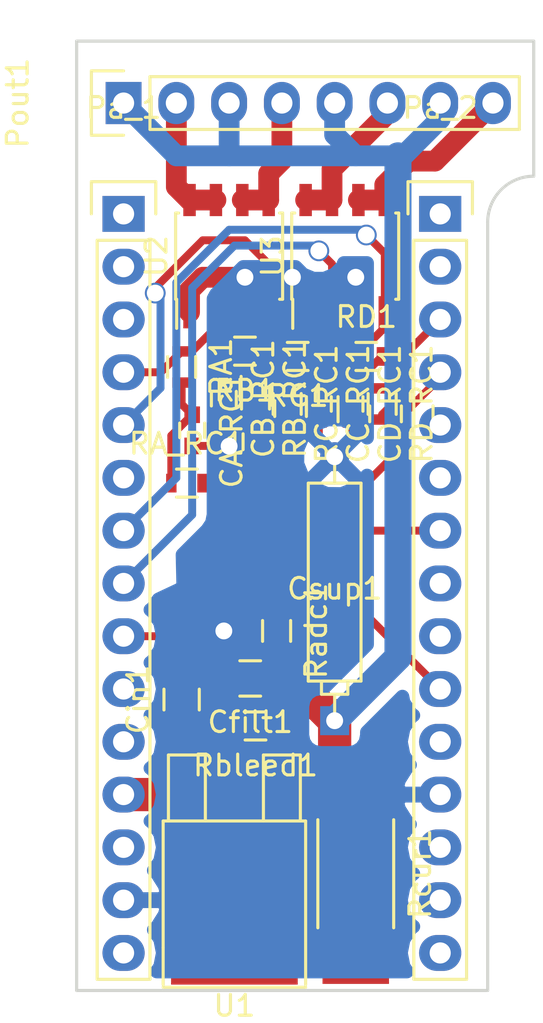
<source format=kicad_pcb>
(kicad_pcb (version 4) (host pcbnew 4.0.5+dfsg1-4~bpo8+1)

  (general
    (links 54)
    (no_connects 0)
    (area 26.183 25.446666 52.531334 74.989)
    (thickness 1.6)
    (drawings 6)
    (tracks 150)
    (zones 0)
    (modules 24)
    (nets 40)
  )

  (page A4)
  (layers
    (0 F.Cu signal)
    (31 B.Cu signal)
    (32 B.Adhes user)
    (33 F.Adhes user)
    (34 B.Paste user)
    (35 F.Paste user)
    (36 B.SilkS user)
    (37 F.SilkS user)
    (38 B.Mask user)
    (39 F.Mask user)
    (40 Dwgs.User user)
    (41 Cmts.User user)
    (42 Eco1.User user)
    (43 Eco2.User user)
    (44 Edge.Cuts user)
    (45 Margin user)
    (46 B.CrtYd user)
    (47 F.CrtYd user)
    (48 B.Fab user)
    (49 F.Fab user)
  )

  (setup
    (last_trace_width 0.25)
    (user_trace_width 0.254)
    (user_trace_width 0.381)
    (user_trace_width 0.508)
    (user_trace_width 0.8128)
    (user_trace_width 1)
    (user_trace_width 1.1)
    (user_trace_width 1.3)
    (user_trace_width 1.6)
    (trace_clearance 0.2)
    (zone_clearance 0.508)
    (zone_45_only no)
    (trace_min 0.1)
    (segment_width 0.2)
    (edge_width 0.15)
    (via_size 1)
    (via_drill 0.81)
    (via_min_size 0.8128)
    (via_min_drill 0.81)
    (uvia_size 0.3)
    (uvia_drill 0.1)
    (uvias_allowed no)
    (uvia_min_size 0.2)
    (uvia_min_drill 0.1)
    (pcb_text_width 0.3)
    (pcb_text_size 1.5 1.5)
    (mod_edge_width 0.15)
    (mod_text_size 1 1)
    (mod_text_width 0.15)
    (pad_size 1.524 1.524)
    (pad_drill 0.762)
    (pad_to_mask_clearance 0.2)
    (aux_axis_origin 0 0)
    (visible_elements FFFFFFFF)
    (pcbplotparams
      (layerselection 0x01000_80000001)
      (usegerberextensions false)
      (excludeedgelayer true)
      (linewidth 0.100000)
      (plotframeref false)
      (viasonmask false)
      (mode 1)
      (useauxorigin false)
      (hpglpennumber 1)
      (hpglpenspeed 20)
      (hpglpendiameter 15)
      (hpglpenoverlay 2)
      (psnegative false)
      (psa4output false)
      (plotreference false)
      (plotvalue false)
      (plotinvisibletext false)
      (padsonsilk false)
      (subtractmaskfromsilk false)
      (outputformat 1)
      (mirror false)
      (drillshape 0)
      (scaleselection 1)
      (outputdirectory gerber/))
  )

  (net 0 "")
  (net 1 +BATT)
  (net 2 Earth)
  (net 3 +5V)
  (net 4 "Net-(Pa_1-Pad1)")
  (net 5 "Net-(Pa_1-Pad2)")
  (net 6 "Net-(Pa_1-Pad3)")
  (net 7 /SA)
  (net 8 /SB)
  (net 9 /SC)
  (net 10 /SD)
  (net 11 "Net-(Pa_1-Pad9)")
  (net 12 "Net-(Pa_1-Pad10)")
  (net 13 "Net-(Pa_1-Pad11)")
  (net 14 "Net-(Pa_1-Pad13)")
  (net 15 "Net-(Pa_1-Pad15)")
  (net 16 "Net-(Pa_2-Pad1)")
  (net 17 "Net-(Pa_2-Pad2)")
  (net 18 /TC)
  (net 19 /TB)
  (net 20 "Net-(Pa_2-Pad5)")
  (net 21 "Net-(Pa_2-Pad6)")
  (net 22 /TA)
  (net 23 "Net-(Pa_2-Pad8)")
  (net 24 "Net-(Pa_2-Pad9)")
  (net 25 /TD)
  (net 26 "Net-(Pa_2-Pad11)")
  (net 27 "Net-(Pa_2-Pad13)")
  (net 28 "Net-(Pa_2-Pad14)")
  (net 29 "Net-(Pa_2-Pad15)")
  (net 30 /DA)
  (net 31 /DB)
  (net 32 /DC)
  (net 33 /DD)
  (net 34 "Net-(Rcur1-Pad2)")
  (net 35 "Net-(Pa_1-Pad6)")
  (net 36 "Net-(CA_RC1-Pad1)")
  (net 37 "Net-(CB_RC1-Pad1)")
  (net 38 "Net-(CC_RC1-Pad1)")
  (net 39 "Net-(CD_RC1-Pad1)")

  (net_class Default "This is the default net class."
    (clearance 0.2)
    (trace_width 0.25)
    (via_dia 1)
    (via_drill 0.81)
    (uvia_dia 0.3)
    (uvia_drill 0.1)
    (add_net +5V)
    (add_net +BATT)
    (add_net /DA)
    (add_net /DB)
    (add_net /DC)
    (add_net /DD)
    (add_net /SA)
    (add_net /SB)
    (add_net /SC)
    (add_net /SD)
    (add_net /TA)
    (add_net /TB)
    (add_net /TC)
    (add_net /TD)
    (add_net Earth)
    (add_net "Net-(CA_RC1-Pad1)")
    (add_net "Net-(CB_RC1-Pad1)")
    (add_net "Net-(CC_RC1-Pad1)")
    (add_net "Net-(CD_RC1-Pad1)")
    (add_net "Net-(Pa_1-Pad1)")
    (add_net "Net-(Pa_1-Pad10)")
    (add_net "Net-(Pa_1-Pad11)")
    (add_net "Net-(Pa_1-Pad13)")
    (add_net "Net-(Pa_1-Pad15)")
    (add_net "Net-(Pa_1-Pad2)")
    (add_net "Net-(Pa_1-Pad3)")
    (add_net "Net-(Pa_1-Pad6)")
    (add_net "Net-(Pa_1-Pad9)")
    (add_net "Net-(Pa_2-Pad1)")
    (add_net "Net-(Pa_2-Pad11)")
    (add_net "Net-(Pa_2-Pad13)")
    (add_net "Net-(Pa_2-Pad14)")
    (add_net "Net-(Pa_2-Pad15)")
    (add_net "Net-(Pa_2-Pad2)")
    (add_net "Net-(Pa_2-Pad5)")
    (add_net "Net-(Pa_2-Pad6)")
    (add_net "Net-(Pa_2-Pad8)")
    (add_net "Net-(Pa_2-Pad9)")
    (add_net "Net-(Rcur1-Pad2)")
  )

  (module Housings_SOIC:SOIC-8_3.9x4.9mm_Pitch1.27mm (layer F.Cu) (tedit 54130A77) (tstamp 5B6079CA)
    (at 37.338 37.846 90)
    (descr "8-Lead Plastic Small Outline (SN) - Narrow, 3.90 mm Body [SOIC] (see Microchip Packaging Specification 00000049BS.pdf)")
    (tags "SOIC 1.27")
    (path /5B60BB27)
    (attr smd)
    (fp_text reference U2 (at 0 -3.5 90) (layer F.SilkS)
      (effects (font (size 1 1) (thickness 0.15)))
    )
    (fp_text value AUIPS1042GTR (at 0 3.5 90) (layer F.Fab)
      (effects (font (size 1 1) (thickness 0.15)))
    )
    (fp_line (start -0.95 -2.45) (end 1.95 -2.45) (layer F.Fab) (width 0.15))
    (fp_line (start 1.95 -2.45) (end 1.95 2.45) (layer F.Fab) (width 0.15))
    (fp_line (start 1.95 2.45) (end -1.95 2.45) (layer F.Fab) (width 0.15))
    (fp_line (start -1.95 2.45) (end -1.95 -1.45) (layer F.Fab) (width 0.15))
    (fp_line (start -1.95 -1.45) (end -0.95 -2.45) (layer F.Fab) (width 0.15))
    (fp_line (start -3.75 -2.75) (end -3.75 2.75) (layer F.CrtYd) (width 0.05))
    (fp_line (start 3.75 -2.75) (end 3.75 2.75) (layer F.CrtYd) (width 0.05))
    (fp_line (start -3.75 -2.75) (end 3.75 -2.75) (layer F.CrtYd) (width 0.05))
    (fp_line (start -3.75 2.75) (end 3.75 2.75) (layer F.CrtYd) (width 0.05))
    (fp_line (start -2.075 -2.575) (end -2.075 -2.525) (layer F.SilkS) (width 0.15))
    (fp_line (start 2.075 -2.575) (end 2.075 -2.43) (layer F.SilkS) (width 0.15))
    (fp_line (start 2.075 2.575) (end 2.075 2.43) (layer F.SilkS) (width 0.15))
    (fp_line (start -2.075 2.575) (end -2.075 2.43) (layer F.SilkS) (width 0.15))
    (fp_line (start -2.075 -2.575) (end 2.075 -2.575) (layer F.SilkS) (width 0.15))
    (fp_line (start -2.075 2.575) (end 2.075 2.575) (layer F.SilkS) (width 0.15))
    (fp_line (start -2.075 -2.525) (end -3.475 -2.525) (layer F.SilkS) (width 0.15))
    (pad 1 smd rect (at -2.7 -1.905 90) (size 1.55 0.6) (layers F.Cu F.Paste F.Mask)
      (net 2 Earth))
    (pad 2 smd rect (at -2.7 -0.635 90) (size 1.55 0.6) (layers F.Cu F.Paste F.Mask)
      (net 7 /SA))
    (pad 3 smd rect (at -2.7 0.635 90) (size 1.55 0.6) (layers F.Cu F.Paste F.Mask)
      (net 2 Earth))
    (pad 4 smd rect (at -2.7 1.905 90) (size 1.55 0.6) (layers F.Cu F.Paste F.Mask)
      (net 8 /SB))
    (pad 5 smd rect (at 2.7 1.905 90) (size 1.55 0.6) (layers F.Cu F.Paste F.Mask)
      (net 31 /DB))
    (pad 6 smd rect (at 2.7 0.635 90) (size 1.55 0.6) (layers F.Cu F.Paste F.Mask)
      (net 31 /DB))
    (pad 7 smd rect (at 2.7 -0.635 90) (size 1.55 0.6) (layers F.Cu F.Paste F.Mask)
      (net 30 /DA))
    (pad 8 smd rect (at 2.7 -1.905 90) (size 1.55 0.6) (layers F.Cu F.Paste F.Mask)
      (net 30 /DA))
    (model Housings_SOIC.3dshapes/SOIC-8_3.9x4.9mm_Pitch1.27mm.wrl
      (at (xyz 0 0 0))
      (scale (xyz 1 1 1))
      (rotate (xyz 0 0 0))
    )
  )

  (module Capacitors_SMD:C_0805_HandSoldering (layer F.Cu) (tedit 541A9B8D) (tstamp 5B60794F)
    (at 38.354 58.166 180)
    (descr "Capacitor SMD 0805, hand soldering")
    (tags "capacitor 0805")
    (path /5B51DBB0)
    (attr smd)
    (fp_text reference Cfilt1 (at 0 -2.1 180) (layer F.SilkS)
      (effects (font (size 1 1) (thickness 0.15)))
    )
    (fp_text value 47u (at 0 2.1 180) (layer F.Fab)
      (effects (font (size 1 1) (thickness 0.15)))
    )
    (fp_line (start -1 0.625) (end -1 -0.625) (layer F.Fab) (width 0.15))
    (fp_line (start 1 0.625) (end -1 0.625) (layer F.Fab) (width 0.15))
    (fp_line (start 1 -0.625) (end 1 0.625) (layer F.Fab) (width 0.15))
    (fp_line (start -1 -0.625) (end 1 -0.625) (layer F.Fab) (width 0.15))
    (fp_line (start -2.3 -1) (end 2.3 -1) (layer F.CrtYd) (width 0.05))
    (fp_line (start -2.3 1) (end 2.3 1) (layer F.CrtYd) (width 0.05))
    (fp_line (start -2.3 -1) (end -2.3 1) (layer F.CrtYd) (width 0.05))
    (fp_line (start 2.3 -1) (end 2.3 1) (layer F.CrtYd) (width 0.05))
    (fp_line (start 0.5 -0.85) (end -0.5 -0.85) (layer F.SilkS) (width 0.15))
    (fp_line (start -0.5 0.85) (end 0.5 0.85) (layer F.SilkS) (width 0.15))
    (pad 1 smd rect (at -1.25 0 180) (size 1.5 1.25) (layers F.Cu F.Paste F.Mask)
      (net 1 +BATT))
    (pad 2 smd rect (at 1.25 0 180) (size 1.5 1.25) (layers F.Cu F.Paste F.Mask)
      (net 2 Earth))
    (model Capacitors_SMD.3dshapes/C_0805_HandSoldering.wrl
      (at (xyz 0 0 0))
      (scale (xyz 1 1 1))
      (rotate (xyz 0 0 0))
    )
  )

  (module Capacitors_SMD:C_0805_HandSoldering (layer F.Cu) (tedit 541A9B8D) (tstamp 5B607955)
    (at 35.052 59.182 90)
    (descr "Capacitor SMD 0805, hand soldering")
    (tags "capacitor 0805")
    (path /5B51DA9B)
    (attr smd)
    (fp_text reference Cin1 (at 0 -2.1 90) (layer F.SilkS)
      (effects (font (size 1 1) (thickness 0.15)))
    )
    (fp_text value 47u (at 0 2.1 90) (layer F.Fab)
      (effects (font (size 1 1) (thickness 0.15)))
    )
    (fp_line (start -1 0.625) (end -1 -0.625) (layer F.Fab) (width 0.15))
    (fp_line (start 1 0.625) (end -1 0.625) (layer F.Fab) (width 0.15))
    (fp_line (start 1 -0.625) (end 1 0.625) (layer F.Fab) (width 0.15))
    (fp_line (start -1 -0.625) (end 1 -0.625) (layer F.Fab) (width 0.15))
    (fp_line (start -2.3 -1) (end 2.3 -1) (layer F.CrtYd) (width 0.05))
    (fp_line (start -2.3 1) (end 2.3 1) (layer F.CrtYd) (width 0.05))
    (fp_line (start -2.3 -1) (end -2.3 1) (layer F.CrtYd) (width 0.05))
    (fp_line (start 2.3 -1) (end 2.3 1) (layer F.CrtYd) (width 0.05))
    (fp_line (start 0.5 -0.85) (end -0.5 -0.85) (layer F.SilkS) (width 0.15))
    (fp_line (start -0.5 0.85) (end 0.5 0.85) (layer F.SilkS) (width 0.15))
    (pad 1 smd rect (at -1.25 0 90) (size 1.5 1.25) (layers F.Cu F.Paste F.Mask)
      (net 3 +5V))
    (pad 2 smd rect (at 1.25 0 90) (size 1.5 1.25) (layers F.Cu F.Paste F.Mask)
      (net 2 Earth))
    (model Capacitors_SMD.3dshapes/C_0805_HandSoldering.wrl
      (at (xyz 0 0 0))
      (scale (xyz 1 1 1))
      (rotate (xyz 0 0 0))
    )
  )

  (module Discret:CP5 (layer F.Cu) (tedit 5B607BAB) (tstamp 5B60795B)
    (at 42.418 53.848 90)
    (descr "Condensateur polarise")
    (tags CP)
    (path /5B51DCC1)
    (fp_text reference Csup1 (at 0 0 180) (layer F.SilkS)
      (effects (font (size 1 1) (thickness 0.15)))
    )
    (fp_text value 0.47 (at 0 0 90) (layer F.Fab)
      (effects (font (size 1 1) (thickness 0.15)))
    )
    (fp_line (start -4.445 -1.27) (end -4.445 -1.27) (layer F.SilkS) (width 0.15))
    (fp_line (start -4.445 -1.27) (end -4.445 -1.27) (layer F.SilkS) (width 0.15))
    (fp_line (start -4.445 -1.27) (end -4.445 -1.27) (layer F.SilkS) (width 0.15))
    (fp_line (start -4.445 -1.27) (end 5.08 -1.27) (layer F.SilkS) (width 0.15))
    (fp_line (start 5.08 -1.27) (end 5.08 1.27) (layer F.SilkS) (width 0.15))
    (fp_line (start 5.08 1.27) (end -4.445 1.27) (layer F.SilkS) (width 0.15))
    (fp_line (start -4.445 1.27) (end -4.445 -1.27) (layer F.SilkS) (width 0.15))
    (fp_line (start -4.445 -0.635) (end -4.445 -0.635) (layer F.SilkS) (width 0.15))
    (fp_line (start -4.445 -0.635) (end -5.08 -0.635) (layer F.SilkS) (width 0.15))
    (fp_line (start -5.08 -0.635) (end -5.08 0.635) (layer F.SilkS) (width 0.15))
    (fp_line (start -5.08 0.635) (end -4.445 0.635) (layer F.SilkS) (width 0.15))
    (fp_line (start -6.35 0) (end -6.35 0) (layer F.SilkS) (width 0.15))
    (fp_line (start -6.35 0) (end -5.08 0) (layer F.SilkS) (width 0.15))
    (fp_line (start -5.08 0) (end -5.08 0) (layer F.SilkS) (width 0.15))
    (fp_line (start -5.08 0) (end -5.08 0) (layer F.SilkS) (width 0.15))
    (fp_line (start 5.08 0) (end 5.08 0) (layer F.SilkS) (width 0.15))
    (fp_line (start 5.08 0) (end 5.08 0) (layer F.SilkS) (width 0.15))
    (fp_line (start 5.08 0) (end 6.35 0) (layer F.SilkS) (width 0.15))
    (fp_line (start 6.35 0) (end 6.35 0) (layer F.SilkS) (width 0.15))
    (fp_line (start 6.35 0) (end 6.35 0) (layer F.SilkS) (width 0.15))
    (fp_line (start 6.35 0) (end 6.35 0) (layer F.SilkS) (width 0.15))
    (pad 1 thru_hole rect (at -6.35 0 90) (size 1.397 1.397) (drill 0.8128) (layers *.Cu *.Mask)
      (net 1 +BATT))
    (pad 2 thru_hole circle (at 6.35 0 90) (size 1.397 1.397) (drill 0.8128) (layers *.Cu *.Mask)
      (net 2 Earth))
    (model Discret.3dshapes/CP5.wrl
      (at (xyz 0 0 0))
      (scale (xyz 0.5 0.5 0.5))
      (rotate (xyz 0 0 0))
    )
  )

  (module Pin_Headers:Pin_Header_Straight_1x15 (layer F.Cu) (tedit 0) (tstamp 5B60796E)
    (at 32.258 35.814)
    (descr "Through hole pin header")
    (tags "pin header")
    (path /5B6079B3)
    (fp_text reference Pa_1 (at 0 -5.1) (layer F.SilkS)
      (effects (font (size 1 1) (thickness 0.15)))
    )
    (fp_text value CONN_01X15 (at 0 -3.1) (layer F.Fab)
      (effects (font (size 1 1) (thickness 0.15)))
    )
    (fp_line (start -1.75 -1.75) (end -1.75 37.35) (layer F.CrtYd) (width 0.05))
    (fp_line (start 1.75 -1.75) (end 1.75 37.35) (layer F.CrtYd) (width 0.05))
    (fp_line (start -1.75 -1.75) (end 1.75 -1.75) (layer F.CrtYd) (width 0.05))
    (fp_line (start -1.75 37.35) (end 1.75 37.35) (layer F.CrtYd) (width 0.05))
    (fp_line (start -1.27 1.27) (end -1.27 36.83) (layer F.SilkS) (width 0.15))
    (fp_line (start -1.27 36.83) (end 1.27 36.83) (layer F.SilkS) (width 0.15))
    (fp_line (start 1.27 36.83) (end 1.27 1.27) (layer F.SilkS) (width 0.15))
    (fp_line (start 1.55 -1.55) (end 1.55 0) (layer F.SilkS) (width 0.15))
    (fp_line (start 1.27 1.27) (end -1.27 1.27) (layer F.SilkS) (width 0.15))
    (fp_line (start -1.55 0) (end -1.55 -1.55) (layer F.SilkS) (width 0.15))
    (fp_line (start -1.55 -1.55) (end 1.55 -1.55) (layer F.SilkS) (width 0.15))
    (pad 1 thru_hole rect (at 0 0) (size 2.032 1.7272) (drill 1.016) (layers *.Cu *.Mask)
      (net 4 "Net-(Pa_1-Pad1)"))
    (pad 2 thru_hole oval (at 0 2.54) (size 2.032 1.7272) (drill 1.016) (layers *.Cu *.Mask)
      (net 5 "Net-(Pa_1-Pad2)"))
    (pad 3 thru_hole oval (at 0 5.08) (size 2.032 1.7272) (drill 1.016) (layers *.Cu *.Mask)
      (net 6 "Net-(Pa_1-Pad3)"))
    (pad 4 thru_hole oval (at 0 7.62) (size 2.032 1.7272) (drill 1.016) (layers *.Cu *.Mask)
      (net 7 /SA))
    (pad 5 thru_hole oval (at 0 10.16) (size 2.032 1.7272) (drill 1.016) (layers *.Cu *.Mask)
      (net 8 /SB))
    (pad 6 thru_hole oval (at 0 12.7) (size 2.032 1.7272) (drill 1.016) (layers *.Cu *.Mask)
      (net 35 "Net-(Pa_1-Pad6)"))
    (pad 7 thru_hole oval (at 0 15.24) (size 2.032 1.7272) (drill 1.016) (layers *.Cu *.Mask)
      (net 10 /SD))
    (pad 8 thru_hole oval (at 0 17.78) (size 2.032 1.7272) (drill 1.016) (layers *.Cu *.Mask)
      (net 9 /SC))
    (pad 9 thru_hole oval (at 0 20.32) (size 2.032 1.7272) (drill 1.016) (layers *.Cu *.Mask)
      (net 11 "Net-(Pa_1-Pad9)"))
    (pad 10 thru_hole oval (at 0 22.86) (size 2.032 1.7272) (drill 1.016) (layers *.Cu *.Mask)
      (net 12 "Net-(Pa_1-Pad10)"))
    (pad 11 thru_hole oval (at 0 25.4) (size 2.032 1.7272) (drill 1.016) (layers *.Cu *.Mask)
      (net 13 "Net-(Pa_1-Pad11)"))
    (pad 12 thru_hole oval (at 0 27.94) (size 2.032 1.7272) (drill 1.016) (layers *.Cu *.Mask)
      (net 3 +5V))
    (pad 13 thru_hole oval (at 0 30.48) (size 2.032 1.7272) (drill 1.016) (layers *.Cu *.Mask)
      (net 14 "Net-(Pa_1-Pad13)"))
    (pad 14 thru_hole oval (at 0 33.02) (size 2.032 1.7272) (drill 1.016) (layers *.Cu *.Mask)
      (net 2 Earth))
    (pad 15 thru_hole oval (at 0 35.56) (size 2.032 1.7272) (drill 1.016) (layers *.Cu *.Mask)
      (net 15 "Net-(Pa_1-Pad15)"))
    (model Pin_Headers.3dshapes/Pin_Header_Straight_1x15.wrl
      (at (xyz 0 -0.7 0))
      (scale (xyz 1 1 1))
      (rotate (xyz 0 0 90))
    )
  )

  (module Pin_Headers:Pin_Header_Straight_1x15 (layer F.Cu) (tedit 0) (tstamp 5B607981)
    (at 47.498 35.814)
    (descr "Through hole pin header")
    (tags "pin header")
    (path /5B607A1A)
    (fp_text reference Pa_2 (at 0 -5.1) (layer F.SilkS)
      (effects (font (size 1 1) (thickness 0.15)))
    )
    (fp_text value CONN_01X15 (at 0 -3.1) (layer F.Fab)
      (effects (font (size 1 1) (thickness 0.15)))
    )
    (fp_line (start -1.75 -1.75) (end -1.75 37.35) (layer F.CrtYd) (width 0.05))
    (fp_line (start 1.75 -1.75) (end 1.75 37.35) (layer F.CrtYd) (width 0.05))
    (fp_line (start -1.75 -1.75) (end 1.75 -1.75) (layer F.CrtYd) (width 0.05))
    (fp_line (start -1.75 37.35) (end 1.75 37.35) (layer F.CrtYd) (width 0.05))
    (fp_line (start -1.27 1.27) (end -1.27 36.83) (layer F.SilkS) (width 0.15))
    (fp_line (start -1.27 36.83) (end 1.27 36.83) (layer F.SilkS) (width 0.15))
    (fp_line (start 1.27 36.83) (end 1.27 1.27) (layer F.SilkS) (width 0.15))
    (fp_line (start 1.55 -1.55) (end 1.55 0) (layer F.SilkS) (width 0.15))
    (fp_line (start 1.27 1.27) (end -1.27 1.27) (layer F.SilkS) (width 0.15))
    (fp_line (start -1.55 0) (end -1.55 -1.55) (layer F.SilkS) (width 0.15))
    (fp_line (start -1.55 -1.55) (end 1.55 -1.55) (layer F.SilkS) (width 0.15))
    (pad 1 thru_hole rect (at 0 0) (size 2.032 1.7272) (drill 1.016) (layers *.Cu *.Mask)
      (net 16 "Net-(Pa_2-Pad1)"))
    (pad 2 thru_hole oval (at 0 2.54) (size 2.032 1.7272) (drill 1.016) (layers *.Cu *.Mask)
      (net 17 "Net-(Pa_2-Pad2)"))
    (pad 3 thru_hole oval (at 0 5.08) (size 2.032 1.7272) (drill 1.016) (layers *.Cu *.Mask)
      (net 25 /TD))
    (pad 4 thru_hole oval (at 0 7.62) (size 2.032 1.7272) (drill 1.016) (layers *.Cu *.Mask)
      (net 18 /TC))
    (pad 5 thru_hole oval (at 0 10.16) (size 2.032 1.7272) (drill 1.016) (layers *.Cu *.Mask)
      (net 20 "Net-(Pa_2-Pad5)"))
    (pad 6 thru_hole oval (at 0 12.7) (size 2.032 1.7272) (drill 1.016) (layers *.Cu *.Mask)
      (net 21 "Net-(Pa_2-Pad6)"))
    (pad 7 thru_hole oval (at 0 15.24) (size 2.032 1.7272) (drill 1.016) (layers *.Cu *.Mask)
      (net 19 /TB))
    (pad 8 thru_hole oval (at 0 17.78) (size 2.032 1.7272) (drill 1.016) (layers *.Cu *.Mask)
      (net 23 "Net-(Pa_2-Pad8)"))
    (pad 9 thru_hole oval (at 0 20.32) (size 2.032 1.7272) (drill 1.016) (layers *.Cu *.Mask)
      (net 24 "Net-(Pa_2-Pad9)"))
    (pad 10 thru_hole oval (at 0 22.86) (size 2.032 1.7272) (drill 1.016) (layers *.Cu *.Mask)
      (net 22 /TA))
    (pad 11 thru_hole oval (at 0 25.4) (size 2.032 1.7272) (drill 1.016) (layers *.Cu *.Mask)
      (net 26 "Net-(Pa_2-Pad11)"))
    (pad 12 thru_hole oval (at 0 27.94) (size 2.032 1.7272) (drill 1.016) (layers *.Cu *.Mask)
      (net 2 Earth))
    (pad 13 thru_hole oval (at 0 30.48) (size 2.032 1.7272) (drill 1.016) (layers *.Cu *.Mask)
      (net 27 "Net-(Pa_2-Pad13)"))
    (pad 14 thru_hole oval (at 0 33.02) (size 2.032 1.7272) (drill 1.016) (layers *.Cu *.Mask)
      (net 28 "Net-(Pa_2-Pad14)"))
    (pad 15 thru_hole oval (at 0 35.56) (size 2.032 1.7272) (drill 1.016) (layers *.Cu *.Mask)
      (net 29 "Net-(Pa_2-Pad15)"))
    (model Pin_Headers.3dshapes/Pin_Header_Straight_1x15.wrl
      (at (xyz 0 -0.7 0))
      (scale (xyz 1 1 1))
      (rotate (xyz 0 0 90))
    )
  )

  (module Pin_Headers:Pin_Header_Straight_1x08 (layer F.Cu) (tedit 0) (tstamp 5B60798D)
    (at 32.258 30.48 90)
    (descr "Through hole pin header")
    (tags "pin header")
    (path /5B60737A)
    (fp_text reference Pout1 (at 0 -5.1 90) (layer F.SilkS)
      (effects (font (size 1 1) (thickness 0.15)))
    )
    (fp_text value CONN_01X08 (at 0 -3.1 90) (layer F.Fab)
      (effects (font (size 1 1) (thickness 0.15)))
    )
    (fp_line (start -1.75 -1.75) (end -1.75 19.55) (layer F.CrtYd) (width 0.05))
    (fp_line (start 1.75 -1.75) (end 1.75 19.55) (layer F.CrtYd) (width 0.05))
    (fp_line (start -1.75 -1.75) (end 1.75 -1.75) (layer F.CrtYd) (width 0.05))
    (fp_line (start -1.75 19.55) (end 1.75 19.55) (layer F.CrtYd) (width 0.05))
    (fp_line (start 1.27 1.27) (end 1.27 19.05) (layer F.SilkS) (width 0.15))
    (fp_line (start 1.27 19.05) (end -1.27 19.05) (layer F.SilkS) (width 0.15))
    (fp_line (start -1.27 19.05) (end -1.27 1.27) (layer F.SilkS) (width 0.15))
    (fp_line (start 1.55 -1.55) (end 1.55 0) (layer F.SilkS) (width 0.15))
    (fp_line (start 1.27 1.27) (end -1.27 1.27) (layer F.SilkS) (width 0.15))
    (fp_line (start -1.55 0) (end -1.55 -1.55) (layer F.SilkS) (width 0.15))
    (fp_line (start -1.55 -1.55) (end 1.55 -1.55) (layer F.SilkS) (width 0.15))
    (pad 1 thru_hole rect (at 0 0 90) (size 2.032 1.7272) (drill 1.016) (layers *.Cu *.Mask)
      (net 1 +BATT))
    (pad 2 thru_hole oval (at 0 2.54 90) (size 2.032 1.7272) (drill 1.016) (layers *.Cu *.Mask)
      (net 30 /DA))
    (pad 3 thru_hole oval (at 0 5.08 90) (size 2.032 1.7272) (drill 1.016) (layers *.Cu *.Mask)
      (net 1 +BATT))
    (pad 4 thru_hole oval (at 0 7.62 90) (size 2.032 1.7272) (drill 1.016) (layers *.Cu *.Mask)
      (net 31 /DB))
    (pad 5 thru_hole oval (at 0 10.16 90) (size 2.032 1.7272) (drill 1.016) (layers *.Cu *.Mask)
      (net 1 +BATT))
    (pad 6 thru_hole oval (at 0 12.7 90) (size 2.032 1.7272) (drill 1.016) (layers *.Cu *.Mask)
      (net 32 /DC))
    (pad 7 thru_hole oval (at 0 15.24 90) (size 2.032 1.7272) (drill 1.016) (layers *.Cu *.Mask)
      (net 1 +BATT))
    (pad 8 thru_hole oval (at 0 17.78 90) (size 2.032 1.7272) (drill 1.016) (layers *.Cu *.Mask)
      (net 33 /DD))
    (model Pin_Headers.3dshapes/Pin_Header_Straight_1x08.wrl
      (at (xyz 0 -0.35 0))
      (scale (xyz 1 1 1))
      (rotate (xyz 0 0 90))
    )
  )

  (module Resistors_SMD:R_2512_HandSoldering (layer F.Cu) (tedit 58307F47) (tstamp 5B6079B1)
    (at 43.434 67.564 270)
    (descr "Resistor SMD 2512, hand soldering")
    (tags "resistor 2512")
    (path /5B51DE94)
    (attr smd)
    (fp_text reference Rcur1 (at 0 -3.1 270) (layer F.SilkS)
      (effects (font (size 1 1) (thickness 0.15)))
    )
    (fp_text value 6.2 (at 0 3.1 270) (layer F.Fab)
      (effects (font (size 1 1) (thickness 0.15)))
    )
    (fp_line (start -3.15 1.6) (end -3.15 -1.6) (layer F.Fab) (width 0.1))
    (fp_line (start 3.15 1.6) (end -3.15 1.6) (layer F.Fab) (width 0.1))
    (fp_line (start 3.15 -1.6) (end 3.15 1.6) (layer F.Fab) (width 0.1))
    (fp_line (start -3.15 -1.6) (end 3.15 -1.6) (layer F.Fab) (width 0.1))
    (fp_line (start -5.6 -1.95) (end 5.6 -1.95) (layer F.CrtYd) (width 0.05))
    (fp_line (start -5.6 1.95) (end 5.6 1.95) (layer F.CrtYd) (width 0.05))
    (fp_line (start -5.6 -1.95) (end -5.6 1.95) (layer F.CrtYd) (width 0.05))
    (fp_line (start 5.6 -1.95) (end 5.6 1.95) (layer F.CrtYd) (width 0.05))
    (fp_line (start 2.6 1.825) (end -2.6 1.825) (layer F.SilkS) (width 0.15))
    (fp_line (start -2.6 -1.825) (end 2.6 -1.825) (layer F.SilkS) (width 0.15))
    (pad 1 smd rect (at -3.95 0 270) (size 2.7 3.2) (layers F.Cu F.Paste F.Mask)
      (net 1 +BATT))
    (pad 2 smd rect (at 3.95 0 270) (size 2.7 3.2) (layers F.Cu F.Paste F.Mask)
      (net 34 "Net-(Rcur1-Pad2)"))
    (model Resistors_SMD.3dshapes/R_2512_HandSoldering.wrl
      (at (xyz 0 0 0))
      (scale (xyz 1 1 1))
      (rotate (xyz 0 0 0))
    )
  )

  (module TO_SOT_Packages_SMD:TO-252-2Lead (layer F.Cu) (tedit 0) (tstamp 5B6079BE)
    (at 37.592 63.5 180)
    (descr "DPAK / TO-252 2-lead smd package")
    (tags "dpak TO-252")
    (path /5B51DD4B)
    (attr smd)
    (fp_text reference U1 (at 0 -10.414 180) (layer F.SilkS)
      (effects (font (size 1 1) (thickness 0.15)))
    )
    (fp_text value LM317MDT (at 0 -2.413 180) (layer F.Fab)
      (effects (font (size 1 1) (thickness 0.15)))
    )
    (fp_line (start 1.397 -1.524) (end 1.397 1.651) (layer F.SilkS) (width 0.15))
    (fp_line (start 1.397 1.651) (end 3.175 1.651) (layer F.SilkS) (width 0.15))
    (fp_line (start 3.175 1.651) (end 3.175 -1.524) (layer F.SilkS) (width 0.15))
    (fp_line (start -3.175 -1.524) (end -3.175 1.651) (layer F.SilkS) (width 0.15))
    (fp_line (start -3.175 1.651) (end -1.397 1.651) (layer F.SilkS) (width 0.15))
    (fp_line (start -1.397 1.651) (end -1.397 -1.524) (layer F.SilkS) (width 0.15))
    (fp_line (start 3.429 -7.62) (end 3.429 -1.524) (layer F.SilkS) (width 0.15))
    (fp_line (start 3.429 -1.524) (end -3.429 -1.524) (layer F.SilkS) (width 0.15))
    (fp_line (start -3.429 -1.524) (end -3.429 -9.398) (layer F.SilkS) (width 0.15))
    (fp_line (start -3.429 -9.525) (end 3.429 -9.525) (layer F.SilkS) (width 0.15))
    (fp_line (start 3.429 -9.398) (end 3.429 -7.62) (layer F.SilkS) (width 0.15))
    (pad 1 smd rect (at -2.286 0 180) (size 1.651 3.048) (layers F.Cu F.Paste F.Mask)
      (net 1 +BATT))
    (pad 2 smd rect (at 0 -6.35 180) (size 6.096 6.096) (layers F.Cu F.Paste F.Mask)
      (net 34 "Net-(Rcur1-Pad2)"))
    (pad 3 smd rect (at 2.286 0 180) (size 1.651 3.048) (layers F.Cu F.Paste F.Mask)
      (net 3 +5V))
    (model TO_SOT_Packages_SMD.3dshapes/TO-252-2Lead.wrl
      (at (xyz 0 0 0))
      (scale (xyz 1 1 1))
      (rotate (xyz 0 0 0))
    )
  )

  (module Housings_SOIC:SOIC-8_3.9x4.9mm_Pitch1.27mm (layer F.Cu) (tedit 54130A77) (tstamp 5B6079D6)
    (at 42.926 37.846 90)
    (descr "8-Lead Plastic Small Outline (SN) - Narrow, 3.90 mm Body [SOIC] (see Microchip Packaging Specification 00000049BS.pdf)")
    (tags "SOIC 1.27")
    (path /5B60BBC2)
    (attr smd)
    (fp_text reference U3 (at 0 -3.5 90) (layer F.SilkS)
      (effects (font (size 1 1) (thickness 0.15)))
    )
    (fp_text value AUIPS1042GTR (at 0 3.5 90) (layer F.Fab)
      (effects (font (size 1 1) (thickness 0.15)))
    )
    (fp_line (start -0.95 -2.45) (end 1.95 -2.45) (layer F.Fab) (width 0.15))
    (fp_line (start 1.95 -2.45) (end 1.95 2.45) (layer F.Fab) (width 0.15))
    (fp_line (start 1.95 2.45) (end -1.95 2.45) (layer F.Fab) (width 0.15))
    (fp_line (start -1.95 2.45) (end -1.95 -1.45) (layer F.Fab) (width 0.15))
    (fp_line (start -1.95 -1.45) (end -0.95 -2.45) (layer F.Fab) (width 0.15))
    (fp_line (start -3.75 -2.75) (end -3.75 2.75) (layer F.CrtYd) (width 0.05))
    (fp_line (start 3.75 -2.75) (end 3.75 2.75) (layer F.CrtYd) (width 0.05))
    (fp_line (start -3.75 -2.75) (end 3.75 -2.75) (layer F.CrtYd) (width 0.05))
    (fp_line (start -3.75 2.75) (end 3.75 2.75) (layer F.CrtYd) (width 0.05))
    (fp_line (start -2.075 -2.575) (end -2.075 -2.525) (layer F.SilkS) (width 0.15))
    (fp_line (start 2.075 -2.575) (end 2.075 -2.43) (layer F.SilkS) (width 0.15))
    (fp_line (start 2.075 2.575) (end 2.075 2.43) (layer F.SilkS) (width 0.15))
    (fp_line (start -2.075 2.575) (end -2.075 2.43) (layer F.SilkS) (width 0.15))
    (fp_line (start -2.075 -2.575) (end 2.075 -2.575) (layer F.SilkS) (width 0.15))
    (fp_line (start -2.075 2.575) (end 2.075 2.575) (layer F.SilkS) (width 0.15))
    (fp_line (start -2.075 -2.525) (end -3.475 -2.525) (layer F.SilkS) (width 0.15))
    (pad 1 smd rect (at -2.7 -1.905 90) (size 1.55 0.6) (layers F.Cu F.Paste F.Mask)
      (net 2 Earth))
    (pad 2 smd rect (at -2.7 -0.635 90) (size 1.55 0.6) (layers F.Cu F.Paste F.Mask)
      (net 9 /SC))
    (pad 3 smd rect (at -2.7 0.635 90) (size 1.55 0.6) (layers F.Cu F.Paste F.Mask)
      (net 2 Earth))
    (pad 4 smd rect (at -2.7 1.905 90) (size 1.55 0.6) (layers F.Cu F.Paste F.Mask)
      (net 10 /SD))
    (pad 5 smd rect (at 2.7 1.905 90) (size 1.55 0.6) (layers F.Cu F.Paste F.Mask)
      (net 33 /DD))
    (pad 6 smd rect (at 2.7 0.635 90) (size 1.55 0.6) (layers F.Cu F.Paste F.Mask)
      (net 33 /DD))
    (pad 7 smd rect (at 2.7 -0.635 90) (size 1.55 0.6) (layers F.Cu F.Paste F.Mask)
      (net 32 /DC))
    (pad 8 smd rect (at 2.7 -1.905 90) (size 1.55 0.6) (layers F.Cu F.Paste F.Mask)
      (net 32 /DC))
    (model Housings_SOIC.3dshapes/SOIC-8_3.9x4.9mm_Pitch1.27mm.wrl
      (at (xyz 0 0 0))
      (scale (xyz 1 1 1))
      (rotate (xyz 0 0 0))
    )
  )

  (module Resistors_SMD:R_0603 (layer F.Cu) (tedit 58307A47) (tstamp 5B61995F)
    (at 35.052 43.18 270)
    (descr "Resistor SMD 0603, reflow soldering, Vishay (see dcrcw.pdf)")
    (tags "resistor 0603")
    (path /5B608306)
    (attr smd)
    (fp_text reference RA1 (at 0 -1.9 270) (layer F.SilkS)
      (effects (font (size 1 1) (thickness 0.15)))
    )
    (fp_text value 5.23K (at 0 1.9 270) (layer F.Fab)
      (effects (font (size 1 1) (thickness 0.15)))
    )
    (fp_line (start -0.8 0.4) (end -0.8 -0.4) (layer F.Fab) (width 0.1))
    (fp_line (start 0.8 0.4) (end -0.8 0.4) (layer F.Fab) (width 0.1))
    (fp_line (start 0.8 -0.4) (end 0.8 0.4) (layer F.Fab) (width 0.1))
    (fp_line (start -0.8 -0.4) (end 0.8 -0.4) (layer F.Fab) (width 0.1))
    (fp_line (start -1.3 -0.8) (end 1.3 -0.8) (layer F.CrtYd) (width 0.05))
    (fp_line (start -1.3 0.8) (end 1.3 0.8) (layer F.CrtYd) (width 0.05))
    (fp_line (start -1.3 -0.8) (end -1.3 0.8) (layer F.CrtYd) (width 0.05))
    (fp_line (start 1.3 -0.8) (end 1.3 0.8) (layer F.CrtYd) (width 0.05))
    (fp_line (start 0.5 0.675) (end -0.5 0.675) (layer F.SilkS) (width 0.15))
    (fp_line (start -0.5 -0.675) (end 0.5 -0.675) (layer F.SilkS) (width 0.15))
    (pad 1 smd rect (at -0.75 0 270) (size 0.5 0.9) (layers F.Cu F.Paste F.Mask)
      (net 7 /SA))
    (pad 2 smd rect (at 0.75 0 270) (size 0.5 0.9) (layers F.Cu F.Paste F.Mask)
      (net 36 "Net-(CA_RC1-Pad1)"))
    (model Resistors_SMD.3dshapes/R_0603.wrl
      (at (xyz 0 0 0))
      (scale (xyz 1 1 1))
      (rotate (xyz 0 0 0))
    )
  )

  (module Resistors_SMD:R_0603 (layer F.Cu) (tedit 58307A47) (tstamp 5B619964)
    (at 39.624 55.88 270)
    (descr "Resistor SMD 0603, reflow soldering, Vishay (see dcrcw.pdf)")
    (tags "resistor 0603")
    (path /5B609984)
    (attr smd)
    (fp_text reference Radc1 (at 0 -1.9 270) (layer F.SilkS)
      (effects (font (size 1 1) (thickness 0.15)))
    )
    (fp_text value 2K (at 0 1.9 270) (layer F.Fab)
      (effects (font (size 1 1) (thickness 0.15)))
    )
    (fp_line (start -0.8 0.4) (end -0.8 -0.4) (layer F.Fab) (width 0.1))
    (fp_line (start 0.8 0.4) (end -0.8 0.4) (layer F.Fab) (width 0.1))
    (fp_line (start 0.8 -0.4) (end 0.8 0.4) (layer F.Fab) (width 0.1))
    (fp_line (start -0.8 -0.4) (end 0.8 -0.4) (layer F.Fab) (width 0.1))
    (fp_line (start -1.3 -0.8) (end 1.3 -0.8) (layer F.CrtYd) (width 0.05))
    (fp_line (start -1.3 0.8) (end 1.3 0.8) (layer F.CrtYd) (width 0.05))
    (fp_line (start -1.3 -0.8) (end -1.3 0.8) (layer F.CrtYd) (width 0.05))
    (fp_line (start 1.3 -0.8) (end 1.3 0.8) (layer F.CrtYd) (width 0.05))
    (fp_line (start 0.5 0.675) (end -0.5 0.675) (layer F.SilkS) (width 0.15))
    (fp_line (start -0.5 -0.675) (end 0.5 -0.675) (layer F.SilkS) (width 0.15))
    (pad 1 smd rect (at -0.75 0 270) (size 0.5 0.9) (layers F.Cu F.Paste F.Mask)
      (net 11 "Net-(Pa_1-Pad9)"))
    (pad 2 smd rect (at 0.75 0 270) (size 0.5 0.9) (layers F.Cu F.Paste F.Mask)
      (net 1 +BATT))
    (model Resistors_SMD.3dshapes/R_0603.wrl
      (at (xyz 0 0 0))
      (scale (xyz 1 1 1))
      (rotate (xyz 0 0 0))
    )
  )

  (module Resistors_SMD:R_0603 (layer F.Cu) (tedit 58307A47) (tstamp 5B619969)
    (at 38.1 42.418 180)
    (descr "Resistor SMD 0603, reflow soldering, Vishay (see dcrcw.pdf)")
    (tags "resistor 0603")
    (path /5B608387)
    (attr smd)
    (fp_text reference RB1 (at 0 -1.9 180) (layer F.SilkS)
      (effects (font (size 1 1) (thickness 0.15)))
    )
    (fp_text value 5.23K (at 0 1.9 180) (layer F.Fab)
      (effects (font (size 1 1) (thickness 0.15)))
    )
    (fp_line (start -0.8 0.4) (end -0.8 -0.4) (layer F.Fab) (width 0.1))
    (fp_line (start 0.8 0.4) (end -0.8 0.4) (layer F.Fab) (width 0.1))
    (fp_line (start 0.8 -0.4) (end 0.8 0.4) (layer F.Fab) (width 0.1))
    (fp_line (start -0.8 -0.4) (end 0.8 -0.4) (layer F.Fab) (width 0.1))
    (fp_line (start -1.3 -0.8) (end 1.3 -0.8) (layer F.CrtYd) (width 0.05))
    (fp_line (start -1.3 0.8) (end 1.3 0.8) (layer F.CrtYd) (width 0.05))
    (fp_line (start -1.3 -0.8) (end -1.3 0.8) (layer F.CrtYd) (width 0.05))
    (fp_line (start 1.3 -0.8) (end 1.3 0.8) (layer F.CrtYd) (width 0.05))
    (fp_line (start 0.5 0.675) (end -0.5 0.675) (layer F.SilkS) (width 0.15))
    (fp_line (start -0.5 -0.675) (end 0.5 -0.675) (layer F.SilkS) (width 0.15))
    (pad 1 smd rect (at -0.75 0 180) (size 0.5 0.9) (layers F.Cu F.Paste F.Mask)
      (net 8 /SB))
    (pad 2 smd rect (at 0.75 0 180) (size 0.5 0.9) (layers F.Cu F.Paste F.Mask)
      (net 37 "Net-(CB_RC1-Pad1)"))
    (model Resistors_SMD.3dshapes/R_0603.wrl
      (at (xyz 0 0 0))
      (scale (xyz 1 1 1))
      (rotate (xyz 0 0 0))
    )
  )

  (module Resistors_SMD:R_0603 (layer F.Cu) (tedit 58307A47) (tstamp 5B61996E)
    (at 38.608 60.452 180)
    (descr "Resistor SMD 0603, reflow soldering, Vishay (see dcrcw.pdf)")
    (tags "resistor 0603")
    (path /5B51F56B)
    (attr smd)
    (fp_text reference Rbleed1 (at 0 -1.9 180) (layer F.SilkS)
      (effects (font (size 1 1) (thickness 0.15)))
    )
    (fp_text value 620 (at 0 1.9 180) (layer F.Fab)
      (effects (font (size 1 1) (thickness 0.15)))
    )
    (fp_line (start -0.8 0.4) (end -0.8 -0.4) (layer F.Fab) (width 0.1))
    (fp_line (start 0.8 0.4) (end -0.8 0.4) (layer F.Fab) (width 0.1))
    (fp_line (start 0.8 -0.4) (end 0.8 0.4) (layer F.Fab) (width 0.1))
    (fp_line (start -0.8 -0.4) (end 0.8 -0.4) (layer F.Fab) (width 0.1))
    (fp_line (start -1.3 -0.8) (end 1.3 -0.8) (layer F.CrtYd) (width 0.05))
    (fp_line (start -1.3 0.8) (end 1.3 0.8) (layer F.CrtYd) (width 0.05))
    (fp_line (start -1.3 -0.8) (end -1.3 0.8) (layer F.CrtYd) (width 0.05))
    (fp_line (start 1.3 -0.8) (end 1.3 0.8) (layer F.CrtYd) (width 0.05))
    (fp_line (start 0.5 0.675) (end -0.5 0.675) (layer F.SilkS) (width 0.15))
    (fp_line (start -0.5 -0.675) (end 0.5 -0.675) (layer F.SilkS) (width 0.15))
    (pad 1 smd rect (at -0.75 0 180) (size 0.5 0.9) (layers F.Cu F.Paste F.Mask)
      (net 1 +BATT))
    (pad 2 smd rect (at 0.75 0 180) (size 0.5 0.9) (layers F.Cu F.Paste F.Mask)
      (net 2 Earth))
    (model Resistors_SMD.3dshapes/R_0603.wrl
      (at (xyz 0 0 0))
      (scale (xyz 1 1 1))
      (rotate (xyz 0 0 0))
    )
  )

  (module Resistors_SMD:R_0603 (layer F.Cu) (tedit 58307A47) (tstamp 5B619973)
    (at 40.64 42.672 180)
    (descr "Resistor SMD 0603, reflow soldering, Vishay (see dcrcw.pdf)")
    (tags "resistor 0603")
    (path /5B608409)
    (attr smd)
    (fp_text reference RC1 (at 0 -1.9 180) (layer F.SilkS)
      (effects (font (size 1 1) (thickness 0.15)))
    )
    (fp_text value 5.23K (at 0 1.9 180) (layer F.Fab)
      (effects (font (size 1 1) (thickness 0.15)))
    )
    (fp_line (start -0.8 0.4) (end -0.8 -0.4) (layer F.Fab) (width 0.1))
    (fp_line (start 0.8 0.4) (end -0.8 0.4) (layer F.Fab) (width 0.1))
    (fp_line (start 0.8 -0.4) (end 0.8 0.4) (layer F.Fab) (width 0.1))
    (fp_line (start -0.8 -0.4) (end 0.8 -0.4) (layer F.Fab) (width 0.1))
    (fp_line (start -1.3 -0.8) (end 1.3 -0.8) (layer F.CrtYd) (width 0.05))
    (fp_line (start -1.3 0.8) (end 1.3 0.8) (layer F.CrtYd) (width 0.05))
    (fp_line (start -1.3 -0.8) (end -1.3 0.8) (layer F.CrtYd) (width 0.05))
    (fp_line (start 1.3 -0.8) (end 1.3 0.8) (layer F.CrtYd) (width 0.05))
    (fp_line (start 0.5 0.675) (end -0.5 0.675) (layer F.SilkS) (width 0.15))
    (fp_line (start -0.5 -0.675) (end 0.5 -0.675) (layer F.SilkS) (width 0.15))
    (pad 1 smd rect (at -0.75 0 180) (size 0.5 0.9) (layers F.Cu F.Paste F.Mask)
      (net 9 /SC))
    (pad 2 smd rect (at 0.75 0 180) (size 0.5 0.9) (layers F.Cu F.Paste F.Mask)
      (net 38 "Net-(CC_RC1-Pad1)"))
    (model Resistors_SMD.3dshapes/R_0603.wrl
      (at (xyz 0 0 0))
      (scale (xyz 1 1 1))
      (rotate (xyz 0 0 0))
    )
  )

  (module Resistors_SMD:R_0603 (layer F.Cu) (tedit 58307A47) (tstamp 5B619978)
    (at 43.942 42.672)
    (descr "Resistor SMD 0603, reflow soldering, Vishay (see dcrcw.pdf)")
    (tags "resistor 0603")
    (path /5B608452)
    (attr smd)
    (fp_text reference RD1 (at 0 -1.9) (layer F.SilkS)
      (effects (font (size 1 1) (thickness 0.15)))
    )
    (fp_text value 5.23K (at 0 1.9) (layer F.Fab)
      (effects (font (size 1 1) (thickness 0.15)))
    )
    (fp_line (start -0.8 0.4) (end -0.8 -0.4) (layer F.Fab) (width 0.1))
    (fp_line (start 0.8 0.4) (end -0.8 0.4) (layer F.Fab) (width 0.1))
    (fp_line (start 0.8 -0.4) (end 0.8 0.4) (layer F.Fab) (width 0.1))
    (fp_line (start -0.8 -0.4) (end 0.8 -0.4) (layer F.Fab) (width 0.1))
    (fp_line (start -1.3 -0.8) (end 1.3 -0.8) (layer F.CrtYd) (width 0.05))
    (fp_line (start -1.3 0.8) (end 1.3 0.8) (layer F.CrtYd) (width 0.05))
    (fp_line (start -1.3 -0.8) (end -1.3 0.8) (layer F.CrtYd) (width 0.05))
    (fp_line (start 1.3 -0.8) (end 1.3 0.8) (layer F.CrtYd) (width 0.05))
    (fp_line (start 0.5 0.675) (end -0.5 0.675) (layer F.SilkS) (width 0.15))
    (fp_line (start -0.5 -0.675) (end 0.5 -0.675) (layer F.SilkS) (width 0.15))
    (pad 1 smd rect (at -0.75 0) (size 0.5 0.9) (layers F.Cu F.Paste F.Mask)
      (net 10 /SD))
    (pad 2 smd rect (at 0.75 0) (size 0.5 0.9) (layers F.Cu F.Paste F.Mask)
      (net 39 "Net-(CD_RC1-Pad1)"))
    (model Resistors_SMD.3dshapes/R_0603.wrl
      (at (xyz 0 0 0))
      (scale (xyz 1 1 1))
      (rotate (xyz 0 0 0))
    )
  )

  (module Resistors_SMD:R_0603 (layer F.Cu) (tedit 58307A47) (tstamp 5B619D66)
    (at 35.306 48.768)
    (descr "Resistor SMD 0603, reflow soldering, Vishay (see dcrcw.pdf)")
    (tags "resistor 0603")
    (path /5B61A2F9)
    (attr smd)
    (fp_text reference RA_RC1 (at 0 -1.9) (layer F.SilkS)
      (effects (font (size 1 1) (thickness 0.15)))
    )
    (fp_text value 620 (at 0 1.9) (layer F.Fab)
      (effects (font (size 1 1) (thickness 0.15)))
    )
    (fp_line (start -0.8 0.4) (end -0.8 -0.4) (layer F.Fab) (width 0.1))
    (fp_line (start 0.8 0.4) (end -0.8 0.4) (layer F.Fab) (width 0.1))
    (fp_line (start 0.8 -0.4) (end 0.8 0.4) (layer F.Fab) (width 0.1))
    (fp_line (start -0.8 -0.4) (end 0.8 -0.4) (layer F.Fab) (width 0.1))
    (fp_line (start -1.3 -0.8) (end 1.3 -0.8) (layer F.CrtYd) (width 0.05))
    (fp_line (start -1.3 0.8) (end 1.3 0.8) (layer F.CrtYd) (width 0.05))
    (fp_line (start -1.3 -0.8) (end -1.3 0.8) (layer F.CrtYd) (width 0.05))
    (fp_line (start 1.3 -0.8) (end 1.3 0.8) (layer F.CrtYd) (width 0.05))
    (fp_line (start 0.5 0.675) (end -0.5 0.675) (layer F.SilkS) (width 0.15))
    (fp_line (start -0.5 -0.675) (end 0.5 -0.675) (layer F.SilkS) (width 0.15))
    (pad 1 smd rect (at -0.75 0) (size 0.5 0.9) (layers F.Cu F.Paste F.Mask)
      (net 36 "Net-(CA_RC1-Pad1)"))
    (pad 2 smd rect (at 0.75 0) (size 0.5 0.9) (layers F.Cu F.Paste F.Mask)
      (net 22 /TA))
    (model Resistors_SMD.3dshapes/R_0603.wrl
      (at (xyz 0 0 0))
      (scale (xyz 1 1 1))
      (rotate (xyz 0 0 0))
    )
  )

  (module Resistors_SMD:R_0603 (layer F.Cu) (tedit 58307A47) (tstamp 5B619D6C)
    (at 38.608 44.704 270)
    (descr "Resistor SMD 0603, reflow soldering, Vishay (see dcrcw.pdf)")
    (tags "resistor 0603")
    (path /5B61B902)
    (attr smd)
    (fp_text reference RB_RC1 (at 0 -1.9 270) (layer F.SilkS)
      (effects (font (size 1 1) (thickness 0.15)))
    )
    (fp_text value 620 (at 0 1.9 270) (layer F.Fab)
      (effects (font (size 1 1) (thickness 0.15)))
    )
    (fp_line (start -0.8 0.4) (end -0.8 -0.4) (layer F.Fab) (width 0.1))
    (fp_line (start 0.8 0.4) (end -0.8 0.4) (layer F.Fab) (width 0.1))
    (fp_line (start 0.8 -0.4) (end 0.8 0.4) (layer F.Fab) (width 0.1))
    (fp_line (start -0.8 -0.4) (end 0.8 -0.4) (layer F.Fab) (width 0.1))
    (fp_line (start -1.3 -0.8) (end 1.3 -0.8) (layer F.CrtYd) (width 0.05))
    (fp_line (start -1.3 0.8) (end 1.3 0.8) (layer F.CrtYd) (width 0.05))
    (fp_line (start -1.3 -0.8) (end -1.3 0.8) (layer F.CrtYd) (width 0.05))
    (fp_line (start 1.3 -0.8) (end 1.3 0.8) (layer F.CrtYd) (width 0.05))
    (fp_line (start 0.5 0.675) (end -0.5 0.675) (layer F.SilkS) (width 0.15))
    (fp_line (start -0.5 -0.675) (end 0.5 -0.675) (layer F.SilkS) (width 0.15))
    (pad 1 smd rect (at -0.75 0 270) (size 0.5 0.9) (layers F.Cu F.Paste F.Mask)
      (net 37 "Net-(CB_RC1-Pad1)"))
    (pad 2 smd rect (at 0.75 0 270) (size 0.5 0.9) (layers F.Cu F.Paste F.Mask)
      (net 19 /TB))
    (model Resistors_SMD.3dshapes/R_0603.wrl
      (at (xyz 0 0 0))
      (scale (xyz 1 1 1))
      (rotate (xyz 0 0 0))
    )
  )

  (module Resistors_SMD:R_0603 (layer F.Cu) (tedit 58307A47) (tstamp 5B619D72)
    (at 40.132 44.958 270)
    (descr "Resistor SMD 0603, reflow soldering, Vishay (see dcrcw.pdf)")
    (tags "resistor 0603")
    (path /5B61BA12)
    (attr smd)
    (fp_text reference RC_RC1 (at 0 -1.9 270) (layer F.SilkS)
      (effects (font (size 1 1) (thickness 0.15)))
    )
    (fp_text value 620 (at 0 1.9 270) (layer F.Fab)
      (effects (font (size 1 1) (thickness 0.15)))
    )
    (fp_line (start -0.8 0.4) (end -0.8 -0.4) (layer F.Fab) (width 0.1))
    (fp_line (start 0.8 0.4) (end -0.8 0.4) (layer F.Fab) (width 0.1))
    (fp_line (start 0.8 -0.4) (end 0.8 0.4) (layer F.Fab) (width 0.1))
    (fp_line (start -0.8 -0.4) (end 0.8 -0.4) (layer F.Fab) (width 0.1))
    (fp_line (start -1.3 -0.8) (end 1.3 -0.8) (layer F.CrtYd) (width 0.05))
    (fp_line (start -1.3 0.8) (end 1.3 0.8) (layer F.CrtYd) (width 0.05))
    (fp_line (start -1.3 -0.8) (end -1.3 0.8) (layer F.CrtYd) (width 0.05))
    (fp_line (start 1.3 -0.8) (end 1.3 0.8) (layer F.CrtYd) (width 0.05))
    (fp_line (start 0.5 0.675) (end -0.5 0.675) (layer F.SilkS) (width 0.15))
    (fp_line (start -0.5 -0.675) (end 0.5 -0.675) (layer F.SilkS) (width 0.15))
    (pad 1 smd rect (at -0.75 0 270) (size 0.5 0.9) (layers F.Cu F.Paste F.Mask)
      (net 38 "Net-(CC_RC1-Pad1)"))
    (pad 2 smd rect (at 0.75 0 270) (size 0.5 0.9) (layers F.Cu F.Paste F.Mask)
      (net 18 /TC))
    (model Resistors_SMD.3dshapes/R_0603.wrl
      (at (xyz 0 0 0))
      (scale (xyz 1 1 1))
      (rotate (xyz 0 0 0))
    )
  )

  (module Resistors_SMD:R_0603 (layer F.Cu) (tedit 58307A47) (tstamp 5B619D78)
    (at 44.704 44.958 270)
    (descr "Resistor SMD 0603, reflow soldering, Vishay (see dcrcw.pdf)")
    (tags "resistor 0603")
    (path /5B61BB22)
    (attr smd)
    (fp_text reference RD_RC1 (at 0 -1.9 270) (layer F.SilkS)
      (effects (font (size 1 1) (thickness 0.15)))
    )
    (fp_text value 620 (at 0 1.9 270) (layer F.Fab)
      (effects (font (size 1 1) (thickness 0.15)))
    )
    (fp_line (start -0.8 0.4) (end -0.8 -0.4) (layer F.Fab) (width 0.1))
    (fp_line (start 0.8 0.4) (end -0.8 0.4) (layer F.Fab) (width 0.1))
    (fp_line (start 0.8 -0.4) (end 0.8 0.4) (layer F.Fab) (width 0.1))
    (fp_line (start -0.8 -0.4) (end 0.8 -0.4) (layer F.Fab) (width 0.1))
    (fp_line (start -1.3 -0.8) (end 1.3 -0.8) (layer F.CrtYd) (width 0.05))
    (fp_line (start -1.3 0.8) (end 1.3 0.8) (layer F.CrtYd) (width 0.05))
    (fp_line (start -1.3 -0.8) (end -1.3 0.8) (layer F.CrtYd) (width 0.05))
    (fp_line (start 1.3 -0.8) (end 1.3 0.8) (layer F.CrtYd) (width 0.05))
    (fp_line (start 0.5 0.675) (end -0.5 0.675) (layer F.SilkS) (width 0.15))
    (fp_line (start -0.5 -0.675) (end 0.5 -0.675) (layer F.SilkS) (width 0.15))
    (pad 1 smd rect (at -0.75 0 270) (size 0.5 0.9) (layers F.Cu F.Paste F.Mask)
      (net 39 "Net-(CD_RC1-Pad1)"))
    (pad 2 smd rect (at 0.75 0 270) (size 0.5 0.9) (layers F.Cu F.Paste F.Mask)
      (net 25 /TD))
    (model Resistors_SMD.3dshapes/R_0603.wrl
      (at (xyz 0 0 0))
      (scale (xyz 1 1 1))
      (rotate (xyz 0 0 0))
    )
  )

  (module Capacitors_SMD:C_0603 (layer F.Cu) (tedit 5415D631) (tstamp 5B619DBE)
    (at 35.56 46.228 270)
    (descr "Capacitor SMD 0603, reflow soldering, AVX (see smccp.pdf)")
    (tags "capacitor 0603")
    (path /5B61A73D)
    (attr smd)
    (fp_text reference CA_RC1 (at 0 -1.9 270) (layer F.SilkS)
      (effects (font (size 1 1) (thickness 0.15)))
    )
    (fp_text value 1n (at 0 1.9 270) (layer F.Fab)
      (effects (font (size 1 1) (thickness 0.15)))
    )
    (fp_line (start -0.8 0.4) (end -0.8 -0.4) (layer F.Fab) (width 0.15))
    (fp_line (start 0.8 0.4) (end -0.8 0.4) (layer F.Fab) (width 0.15))
    (fp_line (start 0.8 -0.4) (end 0.8 0.4) (layer F.Fab) (width 0.15))
    (fp_line (start -0.8 -0.4) (end 0.8 -0.4) (layer F.Fab) (width 0.15))
    (fp_line (start -1.45 -0.75) (end 1.45 -0.75) (layer F.CrtYd) (width 0.05))
    (fp_line (start -1.45 0.75) (end 1.45 0.75) (layer F.CrtYd) (width 0.05))
    (fp_line (start -1.45 -0.75) (end -1.45 0.75) (layer F.CrtYd) (width 0.05))
    (fp_line (start 1.45 -0.75) (end 1.45 0.75) (layer F.CrtYd) (width 0.05))
    (fp_line (start -0.35 -0.6) (end 0.35 -0.6) (layer F.SilkS) (width 0.15))
    (fp_line (start 0.35 0.6) (end -0.35 0.6) (layer F.SilkS) (width 0.15))
    (pad 1 smd rect (at -0.75 0 270) (size 0.8 0.75) (layers F.Cu F.Paste F.Mask)
      (net 36 "Net-(CA_RC1-Pad1)"))
    (pad 2 smd rect (at 0.75 0 270) (size 0.8 0.75) (layers F.Cu F.Paste F.Mask)
      (net 2 Earth))
    (model Capacitors_SMD.3dshapes/C_0603.wrl
      (at (xyz 0 0 0))
      (scale (xyz 1 1 1))
      (rotate (xyz 0 0 0))
    )
  )

  (module Capacitors_SMD:C_0603 (layer F.Cu) (tedit 5415D631) (tstamp 5B619DC3)
    (at 37.084 44.704 270)
    (descr "Capacitor SMD 0603, reflow soldering, AVX (see smccp.pdf)")
    (tags "capacitor 0603")
    (path /5B61B908)
    (attr smd)
    (fp_text reference CB_RC1 (at 0 -1.9 270) (layer F.SilkS)
      (effects (font (size 1 1) (thickness 0.15)))
    )
    (fp_text value 1n (at 0 1.9 270) (layer F.Fab)
      (effects (font (size 1 1) (thickness 0.15)))
    )
    (fp_line (start -0.8 0.4) (end -0.8 -0.4) (layer F.Fab) (width 0.15))
    (fp_line (start 0.8 0.4) (end -0.8 0.4) (layer F.Fab) (width 0.15))
    (fp_line (start 0.8 -0.4) (end 0.8 0.4) (layer F.Fab) (width 0.15))
    (fp_line (start -0.8 -0.4) (end 0.8 -0.4) (layer F.Fab) (width 0.15))
    (fp_line (start -1.45 -0.75) (end 1.45 -0.75) (layer F.CrtYd) (width 0.05))
    (fp_line (start -1.45 0.75) (end 1.45 0.75) (layer F.CrtYd) (width 0.05))
    (fp_line (start -1.45 -0.75) (end -1.45 0.75) (layer F.CrtYd) (width 0.05))
    (fp_line (start 1.45 -0.75) (end 1.45 0.75) (layer F.CrtYd) (width 0.05))
    (fp_line (start -0.35 -0.6) (end 0.35 -0.6) (layer F.SilkS) (width 0.15))
    (fp_line (start 0.35 0.6) (end -0.35 0.6) (layer F.SilkS) (width 0.15))
    (pad 1 smd rect (at -0.75 0 270) (size 0.8 0.75) (layers F.Cu F.Paste F.Mask)
      (net 37 "Net-(CB_RC1-Pad1)"))
    (pad 2 smd rect (at 0.75 0 270) (size 0.8 0.75) (layers F.Cu F.Paste F.Mask)
      (net 2 Earth))
    (model Capacitors_SMD.3dshapes/C_0603.wrl
      (at (xyz 0 0 0))
      (scale (xyz 1 1 1))
      (rotate (xyz 0 0 0))
    )
  )

  (module Capacitors_SMD:C_0603 (layer F.Cu) (tedit 5415D631) (tstamp 5B619DC8)
    (at 41.656 44.958 270)
    (descr "Capacitor SMD 0603, reflow soldering, AVX (see smccp.pdf)")
    (tags "capacitor 0603")
    (path /5B61BA18)
    (attr smd)
    (fp_text reference CC_RC1 (at 0 -1.9 270) (layer F.SilkS)
      (effects (font (size 1 1) (thickness 0.15)))
    )
    (fp_text value 1n (at 0 1.9 270) (layer F.Fab)
      (effects (font (size 1 1) (thickness 0.15)))
    )
    (fp_line (start -0.8 0.4) (end -0.8 -0.4) (layer F.Fab) (width 0.15))
    (fp_line (start 0.8 0.4) (end -0.8 0.4) (layer F.Fab) (width 0.15))
    (fp_line (start 0.8 -0.4) (end 0.8 0.4) (layer F.Fab) (width 0.15))
    (fp_line (start -0.8 -0.4) (end 0.8 -0.4) (layer F.Fab) (width 0.15))
    (fp_line (start -1.45 -0.75) (end 1.45 -0.75) (layer F.CrtYd) (width 0.05))
    (fp_line (start -1.45 0.75) (end 1.45 0.75) (layer F.CrtYd) (width 0.05))
    (fp_line (start -1.45 -0.75) (end -1.45 0.75) (layer F.CrtYd) (width 0.05))
    (fp_line (start 1.45 -0.75) (end 1.45 0.75) (layer F.CrtYd) (width 0.05))
    (fp_line (start -0.35 -0.6) (end 0.35 -0.6) (layer F.SilkS) (width 0.15))
    (fp_line (start 0.35 0.6) (end -0.35 0.6) (layer F.SilkS) (width 0.15))
    (pad 1 smd rect (at -0.75 0 270) (size 0.8 0.75) (layers F.Cu F.Paste F.Mask)
      (net 38 "Net-(CC_RC1-Pad1)"))
    (pad 2 smd rect (at 0.75 0 270) (size 0.8 0.75) (layers F.Cu F.Paste F.Mask)
      (net 2 Earth))
    (model Capacitors_SMD.3dshapes/C_0603.wrl
      (at (xyz 0 0 0))
      (scale (xyz 1 1 1))
      (rotate (xyz 0 0 0))
    )
  )

  (module Capacitors_SMD:C_0603 (layer F.Cu) (tedit 5415D631) (tstamp 5B619DCD)
    (at 43.18 44.958 270)
    (descr "Capacitor SMD 0603, reflow soldering, AVX (see smccp.pdf)")
    (tags "capacitor 0603")
    (path /5B61BB28)
    (attr smd)
    (fp_text reference CD_RC1 (at 0 -1.9 270) (layer F.SilkS)
      (effects (font (size 1 1) (thickness 0.15)))
    )
    (fp_text value 1n (at 0 1.9 270) (layer F.Fab)
      (effects (font (size 1 1) (thickness 0.15)))
    )
    (fp_line (start -0.8 0.4) (end -0.8 -0.4) (layer F.Fab) (width 0.15))
    (fp_line (start 0.8 0.4) (end -0.8 0.4) (layer F.Fab) (width 0.15))
    (fp_line (start 0.8 -0.4) (end 0.8 0.4) (layer F.Fab) (width 0.15))
    (fp_line (start -0.8 -0.4) (end 0.8 -0.4) (layer F.Fab) (width 0.15))
    (fp_line (start -1.45 -0.75) (end 1.45 -0.75) (layer F.CrtYd) (width 0.05))
    (fp_line (start -1.45 0.75) (end 1.45 0.75) (layer F.CrtYd) (width 0.05))
    (fp_line (start -1.45 -0.75) (end -1.45 0.75) (layer F.CrtYd) (width 0.05))
    (fp_line (start 1.45 -0.75) (end 1.45 0.75) (layer F.CrtYd) (width 0.05))
    (fp_line (start -0.35 -0.6) (end 0.35 -0.6) (layer F.SilkS) (width 0.15))
    (fp_line (start 0.35 0.6) (end -0.35 0.6) (layer F.SilkS) (width 0.15))
    (pad 1 smd rect (at -0.75 0 270) (size 0.8 0.75) (layers F.Cu F.Paste F.Mask)
      (net 39 "Net-(CD_RC1-Pad1)"))
    (pad 2 smd rect (at 0.75 0 270) (size 0.8 0.75) (layers F.Cu F.Paste F.Mask)
      (net 2 Earth))
    (model Capacitors_SMD.3dshapes/C_0603.wrl
      (at (xyz 0 0 0))
      (scale (xyz 1 1 1))
      (rotate (xyz 0 0 0))
    )
  )

  (gr_arc (start 52 36.216) (end 49.784 36.216) (angle 90) (layer Edge.Cuts) (width 0.15))
  (gr_line (start 52 34) (end 52 27.5) (angle 90) (layer Edge.Cuts) (width 0.15))
  (gr_line (start 30 73.18) (end 49.784 73.18) (angle 90) (layer Edge.Cuts) (width 0.15))
  (gr_line (start 49.784 36.216) (end 49.784 73.18) (angle 90) (layer Edge.Cuts) (width 0.15))
  (gr_line (start 30 27.5) (end 52 27.5) (angle 90) (layer Edge.Cuts) (width 0.15))
  (gr_line (start 30 27.5) (end 30 73.18) (angle 90) (layer Edge.Cuts) (width 0.15))

  (segment (start 39.624 56.63) (end 39.624 58.146) (width 0.381) (layer F.Cu) (net 1))
  (segment (start 39.624 58.146) (end 39.604 58.166) (width 0.381) (layer F.Cu) (net 1) (tstamp 5B61BEF5))
  (segment (start 39.358 60.452) (end 39.358 62.98) (width 0.381) (layer F.Cu) (net 1))
  (segment (start 39.358 62.98) (end 39.878 63.5) (width 0.381) (layer F.Cu) (net 1) (tstamp 5B61BC17))
  (segment (start 39.604 58.166) (end 40.386 58.166) (width 1.6) (layer F.Cu) (net 1))
  (segment (start 40.386 58.166) (end 42.418 60.198) (width 1.6) (layer F.Cu) (net 1) (tstamp 5B61BC05))
  (segment (start 42.418 60.198) (end 42.418 62.598) (width 1.6) (layer F.Cu) (net 1))
  (segment (start 42.418 62.598) (end 43.434 63.614) (width 1.6) (layer F.Cu) (net 1) (tstamp 5B61BBEE))
  (segment (start 39.878 63.5) (end 43.32 63.5) (width 1.6) (layer F.Cu) (net 1))
  (segment (start 43.32 63.5) (end 43.434 63.614) (width 1.6) (layer F.Cu) (net 1) (tstamp 5B61BBC4))
  (segment (start 45.466 33.02) (end 45.466 57.15) (width 1.3) (layer B.Cu) (net 1))
  (segment (start 45.466 57.15) (end 42.418 60.198) (width 1.3) (layer B.Cu) (net 1) (tstamp 5B61B92F))
  (segment (start 43.434 33.02) (end 45.466 33.02) (width 1) (layer B.Cu) (net 1))
  (segment (start 45.466 33.02) (end 45.72 33.02) (width 1) (layer B.Cu) (net 1) (tstamp 5B61B92D))
  (segment (start 45.72 33.02) (end 47.498 31.242) (width 1) (layer B.Cu) (net 1) (tstamp 5B6171A9))
  (segment (start 47.498 31.242) (end 47.498 30.48) (width 1) (layer B.Cu) (net 1) (tstamp 5B6171AB))
  (segment (start 37.338 33.02) (end 43.434 33.02) (width 1) (layer B.Cu) (net 1))
  (segment (start 42.418 32.004) (end 42.418 30.48) (width 1) (layer B.Cu) (net 1) (tstamp 5B6171A4))
  (segment (start 43.434 33.02) (end 42.418 32.004) (width 1) (layer B.Cu) (net 1) (tstamp 5B61719E))
  (segment (start 32.258 30.48) (end 34.798 33.02) (width 1) (layer B.Cu) (net 1))
  (segment (start 37.338 33.02) (end 37.338 30.48) (width 1) (layer B.Cu) (net 1) (tstamp 5B617197))
  (segment (start 34.798 33.02) (end 37.338 33.02) (width 1) (layer B.Cu) (net 1) (tstamp 5B617195))
  (segment (start 41.021 40.546) (end 41.021 39.497) (width 1) (layer F.Cu) (net 2))
  (via (at 40.386 38.862) (size 1) (drill 0.81) (layers F.Cu B.Cu) (net 2))
  (segment (start 41.021 39.497) (end 40.386 38.862) (width 1) (layer F.Cu) (net 2) (tstamp 5B61D0CE))
  (segment (start 35.433 40.546) (end 35.433 39.497) (width 1) (layer F.Cu) (net 2))
  (segment (start 37.973 38.989) (end 38.1 38.862) (width 1) (layer F.Cu) (net 2) (tstamp 5B61D0A3))
  (via (at 38.1 38.862) (size 1) (drill 0.81) (layers F.Cu B.Cu) (net 2))
  (segment (start 37.973 38.989) (end 37.973 40.546) (width 1) (layer F.Cu) (net 2))
  (segment (start 36.068 38.862) (end 38.1 38.862) (width 1) (layer F.Cu) (net 2) (tstamp 5B61D0AE))
  (segment (start 35.433 39.497) (end 36.068 38.862) (width 1) (layer F.Cu) (net 2) (tstamp 5B61D0AA))
  (segment (start 43.561 40.546) (end 43.561 38.989) (width 1) (layer F.Cu) (net 2))
  (via (at 43.434 38.862) (size 1) (drill 0.81) (layers F.Cu B.Cu) (net 2))
  (segment (start 43.561 38.989) (end 43.434 38.862) (width 1) (layer F.Cu) (net 2) (tstamp 5B61D088))
  (segment (start 37.104 58.166) (end 37.104 55.9) (width 1.6) (layer F.Cu) (net 2))
  (via (at 37.084 55.88) (size 1) (drill 0.81) (layers F.Cu B.Cu) (net 2))
  (segment (start 37.104 55.9) (end 37.084 55.88) (width 1.6) (layer F.Cu) (net 2) (tstamp 5B61D04B))
  (segment (start 37.084 45.454) (end 37.084 46.736) (width 0.381) (layer F.Cu) (net 2))
  (segment (start 37.326 46.978) (end 37.338 46.99) (width 0.381) (layer F.Cu) (net 2) (tstamp 5B61D026))
  (via (at 37.338 46.99) (size 1) (drill 0.81) (layers F.Cu B.Cu) (net 2))
  (segment (start 37.326 46.978) (end 35.56 46.978) (width 0.381) (layer F.Cu) (net 2))
  (segment (start 37.084 46.736) (end 37.338 46.99) (width 0.381) (layer F.Cu) (net 2) (tstamp 5B61D031))
  (segment (start 43.18 45.708) (end 43.18 46.736) (width 0.381) (layer F.Cu) (net 2))
  (segment (start 43.18 46.736) (end 42.418 47.498) (width 0.381) (layer F.Cu) (net 2) (tstamp 5B61BE44))
  (segment (start 41.656 45.708) (end 41.656 46.736) (width 0.381) (layer F.Cu) (net 2))
  (segment (start 41.656 46.736) (end 42.418 47.498) (width 0.381) (layer F.Cu) (net 2) (tstamp 5B61BE41))
  (segment (start 37.858 60.452) (end 37.592 60.452) (width 1.6) (layer F.Cu) (net 2))
  (segment (start 37.104 59.964) (end 37.104 58.166) (width 1.6) (layer F.Cu) (net 2) (tstamp 5B61BBDC))
  (segment (start 37.592 60.452) (end 37.104 59.964) (width 1.6) (layer F.Cu) (net 2) (tstamp 5B61BBDA))
  (segment (start 35.052 57.932) (end 36.87 57.932) (width 1.6) (layer F.Cu) (net 2))
  (segment (start 36.87 57.932) (end 37.104 58.166) (width 1.6) (layer F.Cu) (net 2) (tstamp 5B61BBD7))
  (segment (start 32.258 63.754) (end 35.052 63.754) (width 1.6) (layer F.Cu) (net 3))
  (segment (start 35.052 63.754) (end 35.306 63.5) (width 1.6) (layer F.Cu) (net 3) (tstamp 5B61BBB8))
  (segment (start 35.052 60.432) (end 35.052 63.246) (width 1.3) (layer F.Cu) (net 3))
  (segment (start 35.052 63.246) (end 35.306 63.5) (width 1.3) (layer F.Cu) (net 3) (tstamp 5B61BB86))
  (segment (start 35.052 42.43) (end 35.548 42.43) (width 0.381) (layer F.Cu) (net 7))
  (segment (start 35.548 42.43) (end 36.703 41.275) (width 0.381) (layer F.Cu) (net 7) (tstamp 5B61B9F7))
  (segment (start 36.703 41.275) (end 36.703 40.546) (width 0.381) (layer F.Cu) (net 7) (tstamp 5B61B9FA))
  (segment (start 32.258 43.434) (end 34.048 43.434) (width 0.381) (layer F.Cu) (net 7))
  (segment (start 34.048 43.434) (end 35.052 42.43) (width 0.381) (layer F.Cu) (net 7) (tstamp 5B61B9EC))
  (segment (start 35.052 42.43) (end 35.064 42.43) (width 0.381) (layer F.Cu) (net 7) (status 30))
  (segment (start 39.243 40.546) (end 39.243 38.227) (width 0.381) (layer F.Cu) (net 8))
  (segment (start 34.036 44.196) (end 32.258 45.974) (width 0.381) (layer B.Cu) (net 8) (tstamp 5B61CF52))
  (segment (start 34.036 39.878) (end 34.036 44.196) (width 0.381) (layer B.Cu) (net 8) (tstamp 5B61CF4C))
  (segment (start 33.782 39.624) (end 34.036 39.878) (width 0.381) (layer B.Cu) (net 8) (tstamp 5B61CF4B))
  (via (at 33.782 39.624) (size 1) (drill 0.81) (layers F.Cu B.Cu) (net 8))
  (segment (start 33.782 39.37) (end 33.782 39.624) (width 0.381) (layer F.Cu) (net 8) (tstamp 5B61CF3C))
  (segment (start 36.068 37.084) (end 33.782 39.37) (width 0.381) (layer F.Cu) (net 8) (tstamp 5B61CF38))
  (segment (start 38.1 37.084) (end 36.068 37.084) (width 0.381) (layer F.Cu) (net 8) (tstamp 5B61CF34))
  (segment (start 39.243 38.227) (end 38.1 37.084) (width 0.381) (layer F.Cu) (net 8) (tstamp 5B61CF32))
  (segment (start 38.85 42.418) (end 38.85 41.922) (width 0.381) (layer F.Cu) (net 8))
  (segment (start 39.243 41.529) (end 39.243 40.546) (width 0.381) (layer F.Cu) (net 8) (tstamp 5B61BABE))
  (segment (start 38.85 41.922) (end 39.243 41.529) (width 0.381) (layer F.Cu) (net 8) (tstamp 5B61BABD))
  (segment (start 38.85 42.418) (end 38.85 42.43) (width 0.381) (layer F.Cu) (net 8) (status 30))
  (segment (start 42.291 40.546) (end 42.291 38.227) (width 0.381) (layer F.Cu) (net 9))
  (segment (start 35.56 50.292) (end 32.258 53.594) (width 0.381) (layer B.Cu) (net 9) (tstamp 5B61CFDB))
  (segment (start 35.56 39.37) (end 35.56 50.292) (width 0.381) (layer B.Cu) (net 9) (tstamp 5B61CFD7))
  (segment (start 37.592 37.338) (end 35.56 39.37) (width 0.381) (layer B.Cu) (net 9) (tstamp 5B61CFD1))
  (segment (start 41.402 37.338) (end 37.592 37.338) (width 0.381) (layer B.Cu) (net 9) (tstamp 5B61CFCF))
  (segment (start 41.656 37.592) (end 41.402 37.338) (width 0.381) (layer B.Cu) (net 9) (tstamp 5B61CFCE))
  (via (at 41.656 37.592) (size 1) (drill 0.81) (layers F.Cu B.Cu) (net 9))
  (segment (start 42.291 38.227) (end 41.656 37.592) (width 0.381) (layer F.Cu) (net 9) (tstamp 5B61CFCA))
  (segment (start 41.39 42.672) (end 41.39 42.43) (width 0.381) (layer F.Cu) (net 9) (status 10))
  (segment (start 42.291 41.529) (end 42.291 40.546) (width 0.381) (layer F.Cu) (net 9) (tstamp 5B61A40E))
  (segment (start 41.39 42.43) (end 42.291 41.529) (width 0.381) (layer F.Cu) (net 9) (tstamp 5B61A40D))
  (segment (start 44.831 40.546) (end 44.831 37.719) (width 0.381) (layer F.Cu) (net 10))
  (segment (start 34.798 48.514) (end 32.258 51.054) (width 0.381) (layer B.Cu) (net 10) (tstamp 5B61D00F))
  (segment (start 34.798 39.116) (end 34.798 48.514) (width 0.381) (layer B.Cu) (net 10) (tstamp 5B61D006))
  (segment (start 37.338 36.576) (end 34.798 39.116) (width 0.381) (layer B.Cu) (net 10) (tstamp 5B61D000))
  (segment (start 43.688 36.576) (end 37.338 36.576) (width 0.381) (layer B.Cu) (net 10) (tstamp 5B61CFFA))
  (segment (start 43.942 36.83) (end 43.688 36.576) (width 0.381) (layer B.Cu) (net 10) (tstamp 5B61CFF9))
  (via (at 43.942 36.83) (size 1) (drill 0.81) (layers F.Cu B.Cu) (net 10))
  (segment (start 44.831 37.719) (end 43.942 36.83) (width 0.381) (layer F.Cu) (net 10) (tstamp 5B61CFF0))
  (segment (start 43.192 42.672) (end 43.676 42.43) (width 0.381) (layer F.Cu) (net 10) (status 10))
  (segment (start 43.676 42.43) (end 44.831 41.275) (width 0.381) (layer F.Cu) (net 10) (tstamp 5B61A411))
  (segment (start 44.831 41.275) (end 44.831 40.546) (width 0.381) (layer F.Cu) (net 10) (tstamp 5B61A412))
  (segment (start 39.624 55.13) (end 38.62 55.13) (width 0.381) (layer F.Cu) (net 11))
  (segment (start 34.544 56.134) (end 32.258 56.134) (width 0.381) (layer F.Cu) (net 11) (tstamp 5B61BEFD))
  (segment (start 36.068 54.102) (end 34.544 56.134) (width 0.381) (layer F.Cu) (net 11) (tstamp 5B61BEFC))
  (segment (start 38.1 54.102) (end 36.068 54.102) (width 0.381) (layer F.Cu) (net 11) (tstamp 5B61BEFA))
  (segment (start 38.62 55.13) (end 38.1 54.102) (width 0.381) (layer F.Cu) (net 11) (tstamp 5B61BEF8))
  (segment (start 40.132 45.708) (end 40.132 48.006) (width 0.381) (layer F.Cu) (net 18))
  (segment (start 45.72 45.466) (end 47.498 43.688) (width 0.381) (layer F.Cu) (net 18) (tstamp 5B61B823))
  (segment (start 45.72 46.99) (end 45.72 45.466) (width 0.381) (layer F.Cu) (net 18) (tstamp 5B61B821))
  (segment (start 43.434 49.276) (end 45.72 46.99) (width 0.381) (layer F.Cu) (net 18) (tstamp 5B61B81F))
  (segment (start 41.402 49.276) (end 43.434 49.276) (width 0.381) (layer F.Cu) (net 18) (tstamp 5B61B81C))
  (segment (start 40.132 48.006) (end 41.402 49.276) (width 0.381) (layer F.Cu) (net 18) (tstamp 5B61B819))
  (segment (start 47.498 43.688) (end 47.498 43.434) (width 0.381) (layer F.Cu) (net 18) (tstamp 5B61B824))
  (segment (start 38.608 45.454) (end 38.608 47.752) (width 0.381) (layer F.Cu) (net 19))
  (segment (start 41.91 51.054) (end 47.498 51.054) (width 0.381) (layer F.Cu) (net 19) (tstamp 5B61BB3D))
  (segment (start 38.608 47.752) (end 41.91 51.054) (width 0.381) (layer F.Cu) (net 19) (tstamp 5B61BB3A))
  (segment (start 36.056 48.768) (end 37.592 48.768) (width 0.381) (layer F.Cu) (net 22))
  (segment (start 37.592 48.768) (end 47.498 58.674) (width 0.381) (layer F.Cu) (net 22) (tstamp 5B61BB42))
  (segment (start 44.704 45.708) (end 44.704 45.466) (width 0.381) (layer F.Cu) (net 25))
  (segment (start 44.704 45.466) (end 45.72 44.45) (width 0.381) (layer F.Cu) (net 25) (tstamp 5B61B753))
  (segment (start 45.72 42.672) (end 47.498 40.894) (width 0.381) (layer F.Cu) (net 25) (tstamp 5B61B75C))
  (segment (start 45.72 44.45) (end 45.72 42.672) (width 0.381) (layer F.Cu) (net 25) (tstamp 5B61B759))
  (segment (start 44.704 45.708) (end 44.716 45.708) (width 0.381) (layer F.Cu) (net 25))
  (segment (start 34.798 30.48) (end 34.798 34.511) (width 1) (layer F.Cu) (net 30))
  (segment (start 34.798 34.511) (end 35.433 35.146) (width 1) (layer F.Cu) (net 30) (tstamp 5B6170E9) (status 20))
  (segment (start 35.433 35.146) (end 36.703 35.146) (width 1) (layer F.Cu) (net 30) (tstamp 5B6170EA) (status 30))
  (segment (start 39.878 30.48) (end 39.878 33.241) (width 1) (layer F.Cu) (net 31))
  (segment (start 39.243 33.876) (end 39.243 35.146) (width 1) (layer F.Cu) (net 31) (tstamp 5B6170F0) (status 20))
  (segment (start 39.878 33.241) (end 39.243 33.876) (width 1) (layer F.Cu) (net 31) (tstamp 5B6170EF))
  (segment (start 39.243 35.146) (end 37.973 35.146) (width 1) (layer F.Cu) (net 31) (tstamp 5B6170F2) (status 30))
  (segment (start 44.958 30.48) (end 44.958 30.988) (width 1) (layer F.Cu) (net 32))
  (segment (start 44.958 30.988) (end 42.291 33.655) (width 1) (layer F.Cu) (net 32) (tstamp 5B617102))
  (segment (start 42.291 33.655) (end 42.291 35.146) (width 1) (layer F.Cu) (net 32) (tstamp 5B617106))
  (segment (start 42.291 35.146) (end 41.021 35.146) (width 1) (layer F.Cu) (net 32) (tstamp 5B617108))
  (segment (start 50.038 30.48) (end 47.244 33.274) (width 1) (layer F.Cu) (net 33))
  (segment (start 45.974 33.274) (end 44.831 34.417) (width 1) (layer F.Cu) (net 33) (tstamp 5B61712D))
  (segment (start 47.244 33.274) (end 45.974 33.274) (width 1) (layer F.Cu) (net 33) (tstamp 5B617125))
  (segment (start 44.831 34.417) (end 44.831 35.146) (width 1) (layer F.Cu) (net 33) (tstamp 5B61712E))
  (segment (start 44.831 35.146) (end 43.561 35.146) (width 1) (layer F.Cu) (net 33) (tstamp 5B617130))
  (segment (start 37.592 69.85) (end 41.77 69.85) (width 1.6) (layer F.Cu) (net 34))
  (segment (start 41.77 69.85) (end 43.434 71.514) (width 1.6) (layer F.Cu) (net 34) (tstamp 5B61BBBB))
  (segment (start 34.556 48.768) (end 34.556 46.482) (width 0.381) (layer F.Cu) (net 36))
  (segment (start 34.556 46.482) (end 35.56 45.478) (width 0.381) (layer F.Cu) (net 36) (tstamp 5B61BB08))
  (segment (start 35.052 43.93) (end 35.052 44.97) (width 0.381) (layer F.Cu) (net 36))
  (segment (start 35.052 44.97) (end 35.56 45.478) (width 0.381) (layer F.Cu) (net 36) (tstamp 5B61BAFE))
  (segment (start 37.084 43.954) (end 38.608 43.954) (width 0.381) (layer F.Cu) (net 37))
  (segment (start 38.608 43.954) (end 38.608 43.676) (width 0.381) (layer F.Cu) (net 37))
  (segment (start 38.608 43.676) (end 37.35 42.418) (width 0.381) (layer F.Cu) (net 37) (tstamp 5B61BAC6))
  (segment (start 40.132 44.208) (end 41.656 44.208) (width 0.381) (layer F.Cu) (net 38))
  (segment (start 41.656 44.208) (end 41.426 44.208) (width 0.381) (layer F.Cu) (net 38))
  (segment (start 41.426 44.208) (end 39.89 42.672) (width 0.381) (layer F.Cu) (net 38) (tstamp 5B61BAD5))
  (segment (start 44.704 44.208) (end 43.18 44.208) (width 0.381) (layer F.Cu) (net 39))
  (segment (start 43.18 44.208) (end 43.18 44.184) (width 0.381) (layer F.Cu) (net 39))
  (segment (start 43.18 44.184) (end 44.692 42.672) (width 0.381) (layer F.Cu) (net 39) (tstamp 5B61BAE9))
  (segment (start 44.692 44.196) (end 44.704 44.208) (width 0.381) (layer F.Cu) (net 39) (tstamp 5B61B65D))

  (zone (net 2) (net_name Earth) (layer B.Cu) (tstamp 5B61BD49) (hatch edge 0.508)
    (connect_pads (clearance 0.508))
    (min_thickness 0.658622)
    (fill yes (arc_segments 16) (thermal_gap 0.762) (thermal_bridge_width 0.762))
    (polygon
      (pts
        (xy 49.276 72.898) (xy 30.48 72.898) (xy 30.48 55.626) (xy 34.798 53.594) (xy 34.544 42.926)
        (xy 37.338 37.846) (xy 49.276 37.846)
      )
    )
    (filled_polygon
      (pts
        (xy 43.978689 46.581421) (xy 43.94633 46.500816) (xy 43.924145 46.467612) (xy 43.551404 46.437695) (xy 42.491099 47.498)
        (xy 43.551404 48.558305) (xy 43.924145 48.528388) (xy 43.978689 48.400677) (xy 43.978689 56.533935) (xy 41.866838 58.645786)
        (xy 41.7195 58.645786) (xy 41.409211 58.704171) (xy 41.12423 58.887551) (xy 40.933047 59.167357) (xy 40.865786 59.4995)
        (xy 40.865786 60.8965) (xy 40.924171 61.206789) (xy 41.107551 61.49177) (xy 41.387357 61.682953) (xy 41.7195 61.750214)
        (xy 43.1165 61.750214) (xy 43.426789 61.691829) (xy 43.71177 61.508449) (xy 43.902953 61.228643) (xy 43.970214 60.8965)
        (xy 43.970214 60.749162) (xy 45.680882 59.038494) (xy 45.737854 59.32491) (xy 46.106565 59.876726) (xy 46.207248 59.944)
        (xy 46.106565 60.011274) (xy 45.737854 60.56309) (xy 45.60838 61.214) (xy 45.737854 61.86491) (xy 46.044997 62.324583)
        (xy 45.92672 62.408218) (xy 45.519717 63.053641) (xy 45.423518 63.397239) (xy 45.66431 63.702311) (xy 47.446311 63.702311)
        (xy 47.446311 63.682311) (xy 47.549689 63.682311) (xy 47.549689 63.702311) (xy 47.569689 63.702311) (xy 47.569689 63.805689)
        (xy 47.549689 63.805689) (xy 47.549689 63.825689) (xy 47.446311 63.825689) (xy 47.446311 63.805689) (xy 45.66431 63.805689)
        (xy 45.423518 64.110761) (xy 45.519717 64.454359) (xy 45.92672 65.099782) (xy 46.044997 65.183417) (xy 45.737854 65.64309)
        (xy 45.60838 66.294) (xy 45.737854 66.94491) (xy 46.106565 67.496726) (xy 46.207248 67.564) (xy 46.106565 67.631274)
        (xy 45.737854 68.18309) (xy 45.60838 68.834) (xy 45.737854 69.48491) (xy 46.106565 70.036726) (xy 46.207248 70.104)
        (xy 46.106565 70.171274) (xy 45.737854 70.72309) (xy 45.60838 71.374) (xy 45.737854 72.02491) (xy 45.900073 72.267689)
        (xy 33.855927 72.267689) (xy 34.018146 72.02491) (xy 34.14762 71.374) (xy 34.018146 70.72309) (xy 33.711003 70.263417)
        (xy 33.82928 70.179782) (xy 34.236283 69.534359) (xy 34.332482 69.190761) (xy 34.09169 68.885689) (xy 32.309689 68.885689)
        (xy 32.309689 68.905689) (xy 32.206311 68.905689) (xy 32.206311 68.885689) (xy 32.186311 68.885689) (xy 32.186311 68.782311)
        (xy 32.206311 68.782311) (xy 32.206311 68.762311) (xy 32.309689 68.762311) (xy 32.309689 68.782311) (xy 34.09169 68.782311)
        (xy 34.332482 68.477239) (xy 34.236283 68.133641) (xy 33.82928 67.488218) (xy 33.711003 67.404583) (xy 34.018146 66.94491)
        (xy 34.14762 66.294) (xy 34.018146 65.64309) (xy 33.649435 65.091274) (xy 33.548752 65.024) (xy 33.649435 64.956726)
        (xy 34.018146 64.40491) (xy 34.14762 63.754) (xy 34.018146 63.10309) (xy 33.649435 62.551274) (xy 33.548752 62.484)
        (xy 33.649435 62.416726) (xy 34.018146 61.86491) (xy 34.14762 61.214) (xy 34.018146 60.56309) (xy 33.649435 60.011274)
        (xy 33.548752 59.944) (xy 33.649435 59.876726) (xy 34.018146 59.32491) (xy 34.14762 58.674) (xy 34.018146 58.02309)
        (xy 33.649435 57.471274) (xy 33.548752 57.404) (xy 33.649435 57.336726) (xy 34.018146 56.78491) (xy 34.14762 56.134)
        (xy 34.018146 55.48309) (xy 33.649435 54.931274) (xy 33.548752 54.864) (xy 33.649435 54.796726) (xy 33.940143 54.36165)
        (xy 34.93822 53.891967) (xy 35.043098 53.813938) (xy 35.109356 53.701253) (xy 35.127218 53.586161) (xy 35.094478 52.211066)
        (xy 36.286772 51.018772) (xy 36.509574 50.685327) (xy 36.587811 50.292) (xy 36.587811 48.631404) (xy 41.357695 48.631404)
        (xy 41.387612 49.004145) (xy 42.042423 49.283808) (xy 42.754411 49.291598) (xy 43.415184 49.02633) (xy 43.448388 49.004145)
        (xy 43.478305 48.631404) (xy 42.418 47.571099) (xy 41.357695 48.631404) (xy 36.587811 48.631404) (xy 36.587811 47.834411)
        (xy 40.624402 47.834411) (xy 40.88967 48.495184) (xy 40.911855 48.528388) (xy 41.284596 48.558305) (xy 42.344901 47.498)
        (xy 41.284596 46.437695) (xy 40.911855 46.467612) (xy 40.632192 47.122423) (xy 40.624402 47.834411) (xy 36.587811 47.834411)
        (xy 36.587811 46.364596) (xy 41.357695 46.364596) (xy 42.418 47.424901) (xy 43.478305 46.364596) (xy 43.448388 45.991855)
        (xy 42.793577 45.712192) (xy 42.081589 45.704402) (xy 41.420816 45.96967) (xy 41.387612 45.991855) (xy 41.357695 46.364596)
        (xy 36.587811 46.364596) (xy 36.587811 39.893314) (xy 36.707077 39.676467) (xy 38.017733 38.365811) (xy 40.538867 38.365811)
        (xy 40.897485 38.725056) (xy 41.388825 38.929078) (xy 41.92084 38.929542) (xy 42.412536 38.726378) (xy 42.789056 38.350515)
        (xy 42.861807 38.175311) (xy 43.978689 38.175311)
      )
    )
  )
)

</source>
